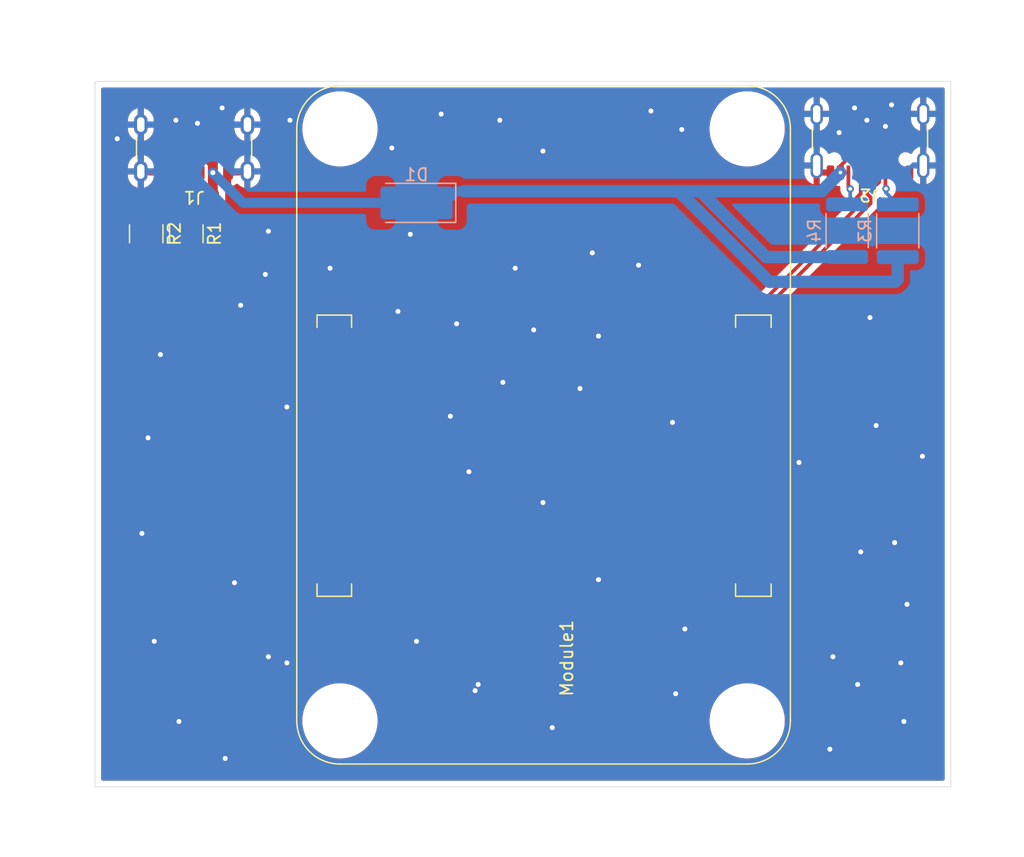
<source format=kicad_pcb>
(kicad_pcb (version 20241229) (generator "pcbnew") (generator_version "9.0")
  (layers (0 "F.Cu" signal) (2 "B.Cu" signal) (13 "F.Paste" user) (15 "B.Paste" user) (5 "F.SilkS" user "F.Silkscreen") (7 "B.SilkS" user "B.Silkscreen") (1 "F.Mask" user) (3 "B.Mask" user) (25 "Edge.Cuts" user))
  (net 0 "")
  (net 1 "/USB_D+")
  (net 2 "/USB_D-")
  (net 3 "GND")
  (net 4 "+5V")
  (net 5 "/CC2")
  (net 6 "/CC1")
  (net 146 "Net-(J1-CC2)")
  (net 147 "Net-(J1-CC1)")
  (net 148 "/powerline")
  (net 149 "Net-(J2-CC2)")
  (net 150 "Net-(J2-CC1)")
  (footprint "Resistor_SMD:R_1210_3225Metric_Pad1.30x2.65mm_HandSolder" (layer "F.Cu") (at 124.6 84.45 -90)
    (property "Reference" "R1" (at 0 -2.28 90) (layer "F.SilkS"))
    (property "Value" "5k1")
    (fp_line (start -0.723737 1.355) (end 0.723737 1.355) (stroke (width 0.12)) (layer "F.SilkS"))
    (fp_line (start -0.723737 -1.355) (end 0.723737 -1.355) (stroke (width 0.12)) (layer "F.SilkS"))
    (pad "1" smd roundrect (at -1.55 0 270) (size 1.3 2.65) (layers "F.Cu" "F.Mask" "F.Paste") (roundrect_rratio 0.192308) (net 147 "Net-(J1-CC1)"))
    (pad "2" smd roundrect (at 1.55 0 270) (size 1.3 2.65) (layers "F.Cu" "F.Mask" "F.Paste") (roundrect_rratio 0.192308) (net 3 "GND"))
  )
  (footprint "Connector_USB:USB_C_Receptacle_GCT_USB4125-xx-x-0190_6P_TopMnt_Horizontal" (layer "F.Cu") (at 125.23 76.4 180)
    (property "Reference" "J1" (at 0 -5.1 180) (layer "F.SilkS"))
    (property "Value" "USB_C_Receptacle_PowerOnly_6P")
    (fp_line (start 4.67 -0.25) (end 4.67 -1.95) (stroke (width 0.12)) (layer "F.SilkS"))
    (fp_line (start -4.67 -0.25) (end -4.67 -1.95) (stroke (width 0.12)) (layer "F.SilkS"))
    (pad "A5" smd roundrect (at -0.5 -3.08 180) (size 0.7 1.2) (layers "F.Cu" "F.Mask" "F.Paste") (net 147 "Net-(J1-CC1)"))
    (pad "A9" smd roundrect (at 1.52 -3.08) (size 0.76 1.2) (layers "F.Cu" "F.Mask" "F.Paste") (net 4 "+5V"))
    (pad "A12" smd roundrect (at 2.75 -3.08) (size 0.8 1.2) (layers "F.Cu" "F.Mask" "F.Paste") (net 3 "GND"))
    (pad "B5" smd roundrect (at 0.5 -3.08) (size 0.7 1.2) (layers "F.Cu" "F.Mask" "F.Paste") (net 146 "Net-(J1-CC2)"))
    (pad "B9" smd roundrect (at -1.52 -3.08 180) (size 0.76 1.2) (layers "F.Cu" "F.Mask" "F.Paste") (net 4 "+5V"))
    (pad "B12" smd roundrect (at -2.75 -3.08 180) (size 0.8 1.2) (layers "F.Cu" "F.Mask" "F.Paste") (net 3 "GND"))
    (pad "S1" thru_hole oval (at -4.32 -3 180) (size 1.1 1.7) (drill oval 0.6 1.2) (property pad_prop_heatsink) (layers "*.Cu" "*.Mask" "F.Paste") (net 3 "GND"))
    (pad "S1" thru_hole oval (at -4.32 0.8 180) (size 1.1 1.7) (drill oval 0.6 1.2) (property pad_prop_heatsink) (layers "*.Cu" "*.Mask" "F.Paste") (net 3 "GND"))
    (pad "S1" thru_hole oval (at 4.32 -3 180) (size 1.1 1.7) (drill oval 0.6 1.2) (property pad_prop_heatsink) (layers "*.Cu" "*.Mask" "F.Paste") (net 3 "GND"))
    (pad "S1" thru_hole oval (at 4.32 0.8 180) (size 1.1 1.7) (drill oval 0.6 1.2) (property pad_prop_heatsink) (layers "*.Cu" "*.Mask" "F.Paste") (net 3 "GND"))
  )
  (footprint "Resistor_SMD:R_1210_3225Metric_Pad1.30x2.65mm_HandSolder" (layer "F.Cu") (at 121.35 84.45 -90)
    (property "Reference" "R2" (at 0 -2.28 90) (layer "F.SilkS"))
    (property "Value" "5k1")
    (fp_line (start -0.723737 1.355) (end 0.723737 1.355) (stroke (width 0.12)) (layer "F.SilkS"))
    (fp_line (start -0.723737 -1.355) (end 0.723737 -1.355) (stroke (width 0.12)) (layer "F.SilkS"))
    (pad "1" smd roundrect (at -1.55 0 270) (size 1.3 2.65) (layers "F.Cu" "F.Mask" "F.Paste") (roundrect_rratio 0.192308) (net 146 "Net-(J1-CC2)"))
    (pad "2" smd roundrect (at 1.55 0 270) (size 1.3 2.65) (layers "F.Cu" "F.Mask" "F.Paste") (roundrect_rratio 0.192308) (net 3 "GND"))
  )
  (footprint "CM5:Raspberry-Pi-5-Compute-Module" (layer "F.Cu") (at 137.05 123.95)
    (property "Reference" "Module1" (at 18.38 -5.08 270) (layer "F.SilkS"))
    (property "Value" "ComputeModule5-CM5")
    (fp_line (start -3.5 -48) (end -3.5 0) (stroke (width 0.12)) (layer "F.SilkS"))
    (fp_line (start -1.86 -32.9) (end -1.86 -31.9) (stroke (width 0.12)) (layer "F.SilkS"))
    (fp_line (start -1.86 -32.9) (end 0.94 -32.9) (stroke (width 0.12)) (layer "F.SilkS"))
    (fp_line (start -1.86 -10.1) (end -1.86 -11.1) (stroke (width 0.12)) (layer "F.SilkS"))
    (fp_line (start -1.86 -10.1) (end 0.94 -10.1) (stroke (width 0.12)) (layer "F.SilkS"))
    (fp_line (start 0 3.5) (end 33 3.5) (stroke (width 0.12)) (layer "F.SilkS"))
    (fp_line (start 0.94 -32.9) (end 0.94 -31.9) (stroke (width 0.12)) (layer "F.SilkS"))
    (fp_line (start 0.94 -10.1) (end 0.94 -11.1) (stroke (width 0.12)) (layer "F.SilkS"))
    (fp_line (start 32.06 -32.9) (end 32.06 -31.9) (stroke (width 0.12)) (layer "F.SilkS"))
    (fp_line (start 32.06 -32.9) (end 34.94 -32.9) (stroke (width 0.12)) (layer "F.SilkS"))
    (fp_line (start 32.06 -10.1) (end 32.06 -11.1) (stroke (width 0.12)) (layer "F.SilkS"))
    (fp_line (start 32.06 -10.1) (end 34.94 -10.1) (stroke (width 0.12)) (layer "F.SilkS"))
    (fp_line (start 33 -51.5) (end 0 -51.5) (stroke (width 0.12)) (layer "F.SilkS"))
    (fp_line (start 34.94 -32.9) (end 34.94 -31.9) (stroke (width 0.12)) (layer "F.SilkS"))
    (fp_line (start 34.94 -10.1) (end 34.94 -11.1) (stroke (width 0.12)) (layer "F.SilkS"))
    (fp_line (start 36.5 0) (end 36.5 -48) (stroke (width 0.12)) (layer "F.SilkS"))
    (fp_arc (start -3.5 -48) (mid -2.474874 -50.474874) (end 0 -51.5) (stroke (width 0.12)) (layer "F.SilkS"))
    (fp_arc (start 0 3.5) (mid -2.474874 2.474874) (end -3.5 0) (stroke (width 0.12)) (layer "F.SilkS"))
    (fp_arc (start 33 -51.5) (mid 35.474874 -50.474874) (end 36.5 -48) (stroke (width 0.12)) (layer "F.SilkS"))
    (fp_arc (start 36.5 0) (mid 35.474874 2.474874) (end 33 3.5) (stroke (width 0.12)) (layer "F.SilkS"))
    (pad "" np_thru_hole circle (at 0 -48) (size 2.7 2.7) (drill 2.7) (layers "*.Cu" "*.Mask") (clearance 1.7))
    (pad "" np_thru_hole circle (at 0 0) (size 2.7 2.7) (drill 2.7) (layers "*.Cu" "*.Mask") (clearance 1.7))
    (pad "" np_thru_hole circle (at 33 -48) (size 2.7 2.7) (drill 2.7) (layers "*.Cu" "*.Mask") (clearance 1.7))
    (pad "" np_thru_hole circle (at 33 0) (size 2.7 2.7) (drill 2.7) (layers "*.Cu" "*.Mask") (clearance 1.7))
    (pad "1" smd rect (at -2.04 -31.3 270) (size 0.2 0.7) (layers "F.Cu" "F.Mask" "F.Paste") (net 3 "GND"))
    (pad "2" smd rect (at 1.04 -31.3 270) (size 0.2 0.7) (layers "F.Cu" "F.Mask" "F.Paste") (net 3 "GND"))
    (pad "3" smd rect (at -2.04 -30.9 270) (size 0.2 0.7) (layers "F.Cu" "F.Mask" "F.Paste"))
    (pad "4" smd rect (at 1.04 -30.9 270) (size 0.2 0.7) (layers "F.Cu" "F.Mask" "F.Paste"))
    (pad "5" smd rect (at -2.04 -30.5 270) (size 0.2 0.7) (layers "F.Cu" "F.Mask" "F.Paste"))
    (pad "6" smd rect (at 1.04 -30.5 270) (size 0.2 0.7) (layers "F.Cu" "F.Mask" "F.Paste"))
    (pad "7" smd rect (at -2.04 -30.1 270) (size 0.2 0.7) (layers "F.Cu" "F.Mask" "F.Paste") (net 3 "GND"))
    (pad "8" smd rect (at 1.04 -30.1 270) (size 0.2 0.7) (layers "F.Cu" "F.Mask" "F.Paste") (net 3 "GND"))
    (pad "9" smd rect (at -2.04 -29.7 270) (size 0.2 0.7) (layers "F.Cu" "F.Mask" "F.Paste"))
    (pad "10" smd rect (at 1.04 -29.7 270) (size 0.2 0.7) (layers "F.Cu" "F.Mask" "F.Paste"))
    (pad "11" smd rect (at -2.04 -29.3 270) (size 0.2 0.7) (layers "F.Cu" "F.Mask" "F.Paste"))
    (pad "12" smd rect (at 1.04 -29.3 270) (size 0.2 0.7) (layers "F.Cu" "F.Mask" "F.Paste"))
    (pad "13" smd rect (at -2.04 -28.9 270) (size 0.2 0.7) (layers "F.Cu" "F.Mask" "F.Paste") (net 3 "GND"))
    (pad "14" smd rect (at 1.04 -28.9 270) (size 0.2 0.7) (layers "F.Cu" "F.Mask" "F.Paste") (net 3 "GND"))
    (pad "15" smd rect (at -2.04 -28.5 270) (size 0.2 0.7) (layers "F.Cu" "F.Mask" "F.Paste"))
    (pad "16" smd rect (at 1.04 -28.5 270) (size 0.2 0.7) (layers "F.Cu" "F.Mask" "F.Paste"))
    (pad "17" smd rect (at -2.04 -28.1 270) (size 0.2 0.7) (layers "F.Cu" "F.Mask" "F.Paste"))
    (pad "18" smd rect (at 1.04 -28.1 270) (size 0.2 0.7) (layers "F.Cu" "F.Mask" "F.Paste"))
    (pad "19" smd rect (at -2.04 -27.7 270) (size 0.2 0.7) (layers "F.Cu" "F.Mask" "F.Paste"))
    (pad "20" smd rect (at 1.04 -27.7 270) (size 0.2 0.7) (layers "F.Cu" "F.Mask" "F.Paste"))
    (pad "21" smd rect (at -2.04 -27.3 270) (size 0.2 0.7) (layers "F.Cu" "F.Mask" "F.Paste"))
    (pad "22" smd rect (at 1.04 -27.3 270) (size 0.2 0.7) (layers "F.Cu" "F.Mask" "F.Paste") (net 3 "GND"))
    (pad "23" smd rect (at -2.04 -26.9 270) (size 0.2 0.7) (layers "F.Cu" "F.Mask" "F.Paste") (net 3 "GND"))
    (pad "24" smd rect (at 1.04 -26.9 270) (size 0.2 0.7) (layers "F.Cu" "F.Mask" "F.Paste"))
    (pad "25" smd rect (at -2.04 -26.5 270) (size 0.2 0.7) (layers "F.Cu" "F.Mask" "F.Paste"))
    (pad "26" smd rect (at 1.04 -26.5 270) (size 0.2 0.7) (layers "F.Cu" "F.Mask" "F.Paste"))
    (pad "27" smd rect (at -2.04 -26.1 270) (size 0.2 0.7) (layers "F.Cu" "F.Mask" "F.Paste"))
    (pad "28" smd rect (at 1.04 -26.1 270) (size 0.2 0.7) (layers "F.Cu" "F.Mask" "F.Paste"))
    (pad "29" smd rect (at -2.04 -25.7 270) (size 0.2 0.7) (layers "F.Cu" "F.Mask" "F.Paste"))
    (pad "30" smd rect (at 1.04 -25.7 270) (size 0.2 0.7) (layers "F.Cu" "F.Mask" "F.Paste"))
    (pad "31" smd rect (at -2.04 -25.3 270) (size 0.2 0.7) (layers "F.Cu" "F.Mask" "F.Paste"))
    (pad "32" smd rect (at 1.04 -25.3 270) (size 0.2 0.7) (layers "F.Cu" "F.Mask" "F.Paste") (net 3 "GND"))
    (pad "33" smd rect (at -2.04 -24.9 270) (size 0.2 0.7) (layers "F.Cu" "F.Mask" "F.Paste") (net 3 "GND"))
    (pad "34" smd rect (at 1.04 -24.9 270) (size 0.2 0.7) (layers "F.Cu" "F.Mask" "F.Paste"))
    (pad "35" smd rect (at -2.04 -24.5 270) (size 0.2 0.7) (layers "F.Cu" "F.Mask" "F.Paste"))
    (pad "36" smd rect (at 1.04 -24.5 270) (size 0.2 0.7) (layers "F.Cu" "F.Mask" "F.Paste"))
    (pad "37" smd rect (at -2.04 -24.1 270) (size 0.2 0.7) (layers "F.Cu" "F.Mask" "F.Paste"))
    (pad "38" smd rect (at 1.04 -24.1 270) (size 0.2 0.7) (layers "F.Cu" "F.Mask" "F.Paste"))
    (pad "39" smd rect (at -2.04 -23.7 270) (size 0.2 0.7) (layers "F.Cu" "F.Mask" "F.Paste"))
    (pad "40" smd rect (at 1.04 -23.7 270) (size 0.2 0.7) (layers "F.Cu" "F.Mask" "F.Paste"))
    (pad "41" smd rect (at -2.04 -23.3 270) (size 0.2 0.7) (layers "F.Cu" "F.Mask" "F.Paste"))
    (pad "42" smd rect (at 1.04 -23.3 270) (size 0.2 0.7) (layers "F.Cu" "F.Mask" "F.Paste") (net 3 "GND"))
    (pad "43" smd rect (at -2.04 -22.9 270) (size 0.2 0.7) (layers "F.Cu" "F.Mask" "F.Paste") (net 3 "GND"))
    (pad "44" smd rect (at 1.04 -22.9 270) (size 0.2 0.7) (layers "F.Cu" "F.Mask" "F.Paste"))
    (pad "45" smd rect (at -2.04 -22.5 270) (size 0.2 0.7) (layers "F.Cu" "F.Mask" "F.Paste"))
    (pad "46" smd rect (at 1.04 -22.5 270) (size 0.2 0.7) (layers "F.Cu" "F.Mask" "F.Paste"))
    (pad "47" smd rect (at -2.04 -22.1 270) (size 0.2 0.7) (layers "F.Cu" "F.Mask" "F.Paste"))
    (pad "48" smd rect (at 1.04 -22.1 270) (size 0.2 0.7) (layers "F.Cu" "F.Mask" "F.Paste"))
    (pad "49" smd rect (at -2.04 -21.7 270) (size 0.2 0.7) (layers "F.Cu" "F.Mask" "F.Paste"))
    (pad "50" smd rect (at 1.04 -21.7 270) (size 0.2 0.7) (layers "F.Cu" "F.Mask" "F.Paste"))
    (pad "51" smd rect (at -2.04 -21.3 270) (size 0.2 0.7) (layers "F.Cu" "F.Mask" "F.Paste"))
    (pad "52" smd rect (at 1.04 -21.3 270) (size 0.2 0.7) (layers "F.Cu" "F.Mask" "F.Paste") (net 3 "GND"))
    (pad "53" smd rect (at -2.04 -20.9 270) (size 0.2 0.7) (layers "F.Cu" "F.Mask" "F.Paste") (net 3 "GND"))
    (pad "54" smd rect (at 1.04 -20.9 270) (size 0.2 0.7) (layers "F.Cu" "F.Mask" "F.Paste"))
    (pad "55" smd rect (at -2.04 -20.5 270) (size 0.2 0.7) (layers "F.Cu" "F.Mask" "F.Paste"))
    (pad "56" smd rect (at 1.04 -20.5 270) (size 0.2 0.7) (layers "F.Cu" "F.Mask" "F.Paste"))
    (pad "57" smd rect (at -2.04 -20.1 270) (size 0.2 0.7) (layers "F.Cu" "F.Mask" "F.Paste"))
    (pad "58" smd rect (at 1.04 -20.1 270) (size 0.2 0.7) (layers "F.Cu" "F.Mask" "F.Paste"))
    (pad "59" smd rect (at -2.04 -19.7 270) (size 0.2 0.7) (layers "F.Cu" "F.Mask" "F.Paste") (net 3 "GND"))
    (pad "60" smd rect (at 1.04 -19.7 270) (size 0.2 0.7) (layers "F.Cu" "F.Mask" "F.Paste") (net 3 "GND"))
    (pad "61" smd rect (at -2.04 -19.3 270) (size 0.2 0.7) (layers "F.Cu" "F.Mask" "F.Paste"))
    (pad "62" smd rect (at 1.04 -19.3 270) (size 0.2 0.7) (layers "F.Cu" "F.Mask" "F.Paste"))
    (pad "63" smd rect (at -2.04 -18.9 270) (size 0.2 0.7) (layers "F.Cu" "F.Mask" "F.Paste"))
    (pad "64" smd rect (at 1.04 -18.9 270) (size 0.2 0.7) (layers "F.Cu" "F.Mask" "F.Paste"))
    (pad "65" smd rect (at -2.04 -18.5 270) (size 0.2 0.7) (layers "F.Cu" "F.Mask" "F.Paste") (net 3 "GND"))
    (pad "66" smd rect (at 1.04 -18.5 270) (size 0.2 0.7) (layers "F.Cu" "F.Mask" "F.Paste") (net 3 "GND"))
    (pad "67" smd rect (at -2.04 -18.1 270) (size 0.2 0.7) (layers "F.Cu" "F.Mask" "F.Paste"))
    (pad "68" smd rect (at 1.04 -18.1 270) (size 0.2 0.7) (layers "F.Cu" "F.Mask" "F.Paste"))
    (pad "69" smd rect (at -2.04 -17.7 270) (size 0.2 0.7) (layers "F.Cu" "F.Mask" "F.Paste"))
    (pad "70" smd rect (at 1.04 -17.7 270) (size 0.2 0.7) (layers "F.Cu" "F.Mask" "F.Paste"))
    (pad "71" smd rect (at -2.04 -17.3 270) (size 0.2 0.7) (layers "F.Cu" "F.Mask" "F.Paste") (net 3 "GND"))
    (pad "72" smd rect (at 1.04 -17.3 270) (size 0.2 0.7) (layers "F.Cu" "F.Mask" "F.Paste"))
    (pad "73" smd rect (at -2.04 -16.9 270) (size 0.2 0.7) (layers "F.Cu" "F.Mask" "F.Paste"))
    (pad "74" smd rect (at 1.04 -16.9 270) (size 0.2 0.7) (layers "F.Cu" "F.Mask" "F.Paste") (net 3 "GND"))
    (pad "75" smd rect (at -2.04 -16.5 270) (size 0.2 0.7) (layers "F.Cu" "F.Mask" "F.Paste"))
    (pad "76" smd rect (at 1.04 -16.5 270) (size 0.2 0.7) (layers "F.Cu" "F.Mask" "F.Paste"))
    (pad "77" smd rect (at -2.04 -16.1 270) (size 0.2 0.7) (layers "F.Cu" "F.Mask" "F.Paste") (net 4 "+5V"))
    (pad "78" smd rect (at 1.04 -16.1 270) (size 0.2 0.7) (layers "F.Cu" "F.Mask" "F.Paste"))
    (pad "79" smd rect (at -2.04 -15.7 270) (size 0.2 0.7) (layers "F.Cu" "F.Mask" "F.Paste") (net 4 "+5V"))
    (pad "80" smd rect (at 1.04 -15.7 270) (size 0.2 0.7) (layers "F.Cu" "F.Mask" "F.Paste"))
    (pad "81" smd rect (at -2.04 -15.3 270) (size 0.2 0.7) (layers "F.Cu" "F.Mask" "F.Paste") (net 4 "+5V"))
    (pad "82" smd rect (at 1.04 -15.3 270) (size 0.2 0.7) (layers "F.Cu" "F.Mask" "F.Paste"))
    (pad "83" smd rect (at -2.04 -14.9 270) (size 0.2 0.7) (layers "F.Cu" "F.Mask" "F.Paste") (net 4 "+5V"))
    (pad "84" smd rect (at 1.04 -14.9 270) (size 0.2 0.7) (layers "F.Cu" "F.Mask" "F.Paste"))
    (pad "85" smd rect (at -2.04 -14.5 270) (size 0.2 0.7) (layers "F.Cu" "F.Mask" "F.Paste") (net 4 "+5V"))
    (pad "86" smd rect (at 1.04 -14.5 270) (size 0.2 0.7) (layers "F.Cu" "F.Mask" "F.Paste"))
    (pad "87" smd rect (at -2.04 -14.1 270) (size 0.2 0.7) (layers "F.Cu" "F.Mask" "F.Paste") (net 4 "+5V"))
    (pad "88" smd rect (at 1.04 -14.1 270) (size 0.2 0.7) (layers "F.Cu" "F.Mask" "F.Paste"))
    (pad "89" smd rect (at -2.04 -13.7 270) (size 0.2 0.7) (layers "F.Cu" "F.Mask" "F.Paste"))
    (pad "90" smd rect (at 1.04 -13.7 270) (size 0.2 0.7) (layers "F.Cu" "F.Mask" "F.Paste"))
    (pad "91" smd rect (at -2.04 -13.3 270) (size 0.2 0.7) (layers "F.Cu" "F.Mask" "F.Paste"))
    (pad "92" smd rect (at 1.04 -13.3 270) (size 0.2 0.7) (layers "F.Cu" "F.Mask" "F.Paste"))
    (pad "93" smd rect (at -2.04 -12.9 270) (size 0.2 0.7) (layers "F.Cu" "F.Mask" "F.Paste"))
    (pad "94" smd rect (at 1.04 -12.9 270) (size 0.2 0.7) (layers "F.Cu" "F.Mask" "F.Paste") (net 6 "/CC1"))
    (pad "95" smd rect (at -2.04 -12.5 270) (size 0.2 0.7) (layers "F.Cu" "F.Mask" "F.Paste"))
    (pad "96" smd rect (at 1.04 -12.5 270) (size 0.2 0.7) (layers "F.Cu" "F.Mask" "F.Paste") (net 5 "/CC2"))
    (pad "97" smd rect (at -2.04 -12.1 270) (size 0.2 0.7) (layers "F.Cu" "F.Mask" "F.Paste"))
    (pad "98" smd rect (at 1.04 -12.1 270) (size 0.2 0.7) (layers "F.Cu" "F.Mask" "F.Paste") (net 3 "GND"))
    (pad "99" smd rect (at -2.04 -11.7 270) (size 0.2 0.7) (layers "F.Cu" "F.Mask" "F.Paste"))
    (pad "100" smd rect (at 1.04 -11.7 270) (size 0.2 0.7) (layers "F.Cu" "F.Mask" "F.Paste"))
    (pad "101" smd rect (at 31.96 -31.3 270) (size 0.2 0.7) (layers "F.Cu" "F.Mask" "F.Paste"))
    (pad "102" smd rect (at 35.04 -31.3 270) (size 0.2 0.7) (layers "F.Cu" "F.Mask" "F.Paste"))
    (pad "103" smd rect (at 31.96 -30.9 270) (size 0.2 0.7) (layers "F.Cu" "F.Mask" "F.Paste") (net 2 "/USB_D-"))
    (pad "104" smd rect (at 35.04 -30.9 270) (size 0.2 0.7) (layers "F.Cu" "F.Mask" "F.Paste"))
    (pad "105" smd rect (at 31.96 -30.5 270) (size 0.2 0.7) (layers "F.Cu" "F.Mask" "F.Paste") (net 1 "/USB_D+"))
    (pad "106" smd rect (at 35.04 -30.5 270) (size 0.2 0.7) (layers "F.Cu" "F.Mask" "F.Paste"))
    (pad "107" smd rect (at 31.96 -30.1 270) (size 0.2 0.7) (layers "F.Cu" "F.Mask" "F.Paste") (net 3 "GND"))
    (pad "108" smd rect (at 35.04 -30.1 270) (size 0.2 0.7) (layers "F.Cu" "F.Mask" "F.Paste") (net 3 "GND"))
    (pad "109" smd rect (at 31.96 -29.7 270) (size 0.2 0.7) (layers "F.Cu" "F.Mask" "F.Paste"))
    (pad "110" smd rect (at 35.04 -29.7 270) (size 0.2 0.7) (layers "F.Cu" "F.Mask" "F.Paste"))
    (pad "111" smd rect (at 31.96 -29.3 270) (size 0.2 0.7) (layers "F.Cu" "F.Mask" "F.Paste"))
    (pad "112" smd rect (at 35.04 -29.3 270) (size 0.2 0.7) (layers "F.Cu" "F.Mask" "F.Paste"))
    (pad "113" smd rect (at 31.96 -28.9 270) (size 0.2 0.7) (layers "F.Cu" "F.Mask" "F.Paste") (net 3 "GND"))
    (pad "114" smd rect (at 35.04 -28.9 270) (size 0.2 0.7) (layers "F.Cu" "F.Mask" "F.Paste") (net 3 "GND"))
    (pad "115" smd rect (at 31.96 -28.5 270) (size 0.2 0.7) (layers "F.Cu" "F.Mask" "F.Paste"))
    (pad "116" smd rect (at 35.04 -28.5 270) (size 0.2 0.7) (layers "F.Cu" "F.Mask" "F.Paste"))
    (pad "117" smd rect (at 31.96 -28.1 270) (size 0.2 0.7) (layers "F.Cu" "F.Mask" "F.Paste"))
    (pad "118" smd rect (at 35.04 -28.1 270) (size 0.2 0.7) (layers "F.Cu" "F.Mask" "F.Paste"))
    (pad "119" smd rect (at 31.96 -27.7 270) (size 0.2 0.7) (layers "F.Cu" "F.Mask" "F.Paste") (net 3 "GND"))
    (pad "120" smd rect (at 35.04 -27.7 270) (size 0.2 0.7) (layers "F.Cu" "F.Mask" "F.Paste") (net 3 "GND"))
    (pad "121" smd rect (at 31.96 -27.3 270) (size 0.2 0.7) (layers "F.Cu" "F.Mask" "F.Paste"))
    (pad "122" smd rect (at 35.04 -27.3 270) (size 0.2 0.7) (layers "F.Cu" "F.Mask" "F.Paste"))
    (pad "123" smd rect (at 31.96 -26.9 270) (size 0.2 0.7) (layers "F.Cu" "F.Mask" "F.Paste"))
    (pad "124" smd rect (at 35.04 -26.9 270) (size 0.2 0.7) (layers "F.Cu" "F.Mask" "F.Paste"))
    (pad "125" smd rect (at 31.96 -26.5 270) (size 0.2 0.7) (layers "F.Cu" "F.Mask" "F.Paste") (net 3 "GND"))
    (pad "126" smd rect (at 35.04 -26.5 270) (size 0.2 0.7) (layers "F.Cu" "F.Mask" "F.Paste") (net 3 "GND"))
    (pad "127" smd rect (at 31.96 -26.1 270) (size 0.2 0.7) (layers "F.Cu" "F.Mask" "F.Paste"))
    (pad "128" smd rect (at 35.04 -26.1 270) (size 0.2 0.7) (layers "F.Cu" "F.Mask" "F.Paste"))
    (pad "129" smd rect (at 31.96 -25.7 270) (size 0.2 0.7) (layers "F.Cu" "F.Mask" "F.Paste"))
    (pad "130" smd rect (at 35.04 -25.7 270) (size 0.2 0.7) (layers "F.Cu" "F.Mask" "F.Paste"))
    (pad "131" smd rect (at 31.96 -25.3 270) (size 0.2 0.7) (layers "F.Cu" "F.Mask" "F.Paste") (net 3 "GND"))
    (pad "132" smd rect (at 35.04 -25.3 270) (size 0.2 0.7) (layers "F.Cu" "F.Mask" "F.Paste") (net 3 "GND"))
    (pad "133" smd rect (at 31.96 -24.9 270) (size 0.2 0.7) (layers "F.Cu" "F.Mask" "F.Paste"))
    (pad "134" smd rect (at 35.04 -24.9 270) (size 0.2 0.7) (layers "F.Cu" "F.Mask" "F.Paste"))
    (pad "135" smd rect (at 31.96 -24.5 270) (size 0.2 0.7) (layers "F.Cu" "F.Mask" "F.Paste"))
    (pad "136" smd rect (at 35.04 -24.5 270) (size 0.2 0.7) (layers "F.Cu" "F.Mask" "F.Paste"))
    (pad "137" smd rect (at 31.96 -24.1 270) (size 0.2 0.7) (layers "F.Cu" "F.Mask" "F.Paste") (net 3 "GND"))
    (pad "138" smd rect (at 35.04 -24.1 270) (size 0.2 0.7) (layers "F.Cu" "F.Mask" "F.Paste") (net 3 "GND"))
    (pad "139" smd rect (at 31.96 -23.7 270) (size 0.2 0.7) (layers "F.Cu" "F.Mask" "F.Paste"))
    (pad "140" smd rect (at 35.04 -23.7 270) (size 0.2 0.7) (layers "F.Cu" "F.Mask" "F.Paste"))
    (pad "141" smd rect (at 31.96 -23.3 270) (size 0.2 0.7) (layers "F.Cu" "F.Mask" "F.Paste"))
    (pad "142" smd rect (at 35.04 -23.3 270) (size 0.2 0.7) (layers "F.Cu" "F.Mask" "F.Paste"))
    (pad "143" smd rect (at 31.96 -22.9 270) (size 0.2 0.7) (layers "F.Cu" "F.Mask" "F.Paste"))
    (pad "144" smd rect (at 35.04 -22.9 270) (size 0.2 0.7) (layers "F.Cu" "F.Mask" "F.Paste") (net 3 "GND"))
    (pad "145" smd rect (at 31.96 -22.5 270) (size 0.2 0.7) (layers "F.Cu" "F.Mask" "F.Paste"))
    (pad "146" smd rect (at 35.04 -22.5 270) (size 0.2 0.7) (layers "F.Cu" "F.Mask" "F.Paste"))
    (pad "147" smd rect (at 31.96 -22.1 270) (size 0.2 0.7) (layers "F.Cu" "F.Mask" "F.Paste"))
    (pad "148" smd rect (at 35.04 -22.1 270) (size 0.2 0.7) (layers "F.Cu" "F.Mask" "F.Paste"))
    (pad "149" smd rect (at 31.96 -21.7 270) (size 0.2 0.7) (layers "F.Cu" "F.Mask" "F.Paste"))
    (pad "150" smd rect (at 35.04 -21.7 270) (size 0.2 0.7) (layers "F.Cu" "F.Mask" "F.Paste") (net 3 "GND"))
    (pad "151" smd rect (at 31.96 -21.3 270) (size 0.2 0.7) (layers "F.Cu" "F.Mask" "F.Paste"))
    (pad "152" smd rect (at 35.04 -21.3 270) (size 0.2 0.7) (layers "F.Cu" "F.Mask" "F.Paste"))
    (pad "153" smd rect (at 31.96 -20.9 270) (size 0.2 0.7) (layers "F.Cu" "F.Mask" "F.Paste"))
    (pad "154" smd rect (at 35.04 -20.9 270) (size 0.2 0.7) (layers "F.Cu" "F.Mask" "F.Paste"))
    (pad "155" smd rect (at 31.96 -20.5 270) (size 0.2 0.7) (layers "F.Cu" "F.Mask" "F.Paste") (net 3 "GND"))
    (pad "156" smd rect (at 35.04 -20.5 270) (size 0.2 0.7) (layers "F.Cu" "F.Mask" "F.Paste") (net 3 "GND"))
    (pad "157" smd rect (at 31.96 -20.1 270) (size 0.2 0.7) (layers "F.Cu" "F.Mask" "F.Paste"))
    (pad "158" smd rect (at 35.04 -20.1 270) (size 0.2 0.7) (layers "F.Cu" "F.Mask" "F.Paste"))
    (pad "159" smd rect (at 31.96 -19.7 270) (size 0.2 0.7) (layers "F.Cu" "F.Mask" "F.Paste"))
    (pad "160" smd rect (at 35.04 -19.7 270) (size 0.2 0.7) (layers "F.Cu" "F.Mask" "F.Paste"))
    (pad "161" smd rect (at 31.96 -19.3 270) (size 0.2 0.7) (layers "F.Cu" "F.Mask" "F.Paste") (net 3 "GND"))
    (pad "162" smd rect (at 35.04 -19.3 270) (size 0.2 0.7) (layers "F.Cu" "F.Mask" "F.Paste") (net 3 "GND"))
    (pad "163" smd rect (at 31.96 -18.9 270) (size 0.2 0.7) (layers "F.Cu" "F.Mask" "F.Paste"))
    (pad "164" smd rect (at 35.04 -18.9 270) (size 0.2 0.7) (layers "F.Cu" "F.Mask" "F.Paste"))
    (pad "165" smd rect (at 31.96 -18.5 270) (size 0.2 0.7) (layers "F.Cu" "F.Mask" "F.Paste"))
    (pad "166" smd rect (at 35.04 -18.5 270) (size 0.2 0.7) (layers "F.Cu" "F.Mask" "F.Paste"))
    (pad "167" smd rect (at 31.96 -18.1 270) (size 0.2 0.7) (layers "F.Cu" "F.Mask" "F.Paste") (net 3 "GND"))
    (pad "168" smd rect (at 35.04 -18.1 270) (size 0.2 0.7) (layers "F.Cu" "F.Mask" "F.Paste") (net 3 "GND"))
    (pad "169" smd rect (at 31.96 -17.7 270) (size 0.2 0.7) (layers "F.Cu" "F.Mask" "F.Paste"))
    (pad "170" smd rect (at 35.04 -17.7 270) (size 0.2 0.7) (layers "F.Cu" "F.Mask" "F.Paste"))
    (pad "171" smd rect (at 31.96 -17.3 270) (size 0.2 0.7) (layers "F.Cu" "F.Mask" "F.Paste"))
    (pad "172" smd rect (at 35.04 -17.3 270) (size 0.2 0.7) (layers "F.Cu" "F.Mask" "F.Paste"))
    (pad "173" smd rect (at 31.96 -16.9 270) (size 0.2 0.7) (layers "F.Cu" "F.Mask" "F.Paste") (net 3 "GND"))
    (pad "174" smd rect (at 35.04 -16.9 270) (size 0.2 0.7) (layers "F.Cu" "F.Mask" "F.Paste") (net 3 "GND"))
    (pad "175" smd rect (at 31.96 -16.5 270) (size 0.2 0.7) (layers "F.Cu" "F.Mask" "F.Paste"))
    (pad "176" smd rect (at 35.04 -16.5 270) (size 0.2 0.7) (layers "F.Cu" "F.Mask" "F.Paste"))
    (pad "177" smd rect (at 31.96 -16.1 270) (size 0.2 0.7) (layers "F.Cu" "F.Mask" "F.Paste"))
    (pad "178" smd rect (at 35.04 -16.1 270) (size 0.2 0.7) (layers "F.Cu" "F.Mask" "F.Paste"))
    (pad "179" smd rect (at 31.96 -15.7 270) (size 0.2 0.7) (layers "F.Cu" "F.Mask" "F.Paste") (net 3 "GND"))
    (pad "180" smd rect (at 35.04 -15.7 270) (size 0.2 0.7) (layers "F.Cu" "F.Mask" "F.Paste") (net 3 "GND"))
    (pad "181" smd rect (at 31.96 -15.3 270) (size 0.2 0.7) (layers "F.Cu" "F.Mask" "F.Paste"))
    (pad "182" smd rect (at 35.04 -15.3 270) (size 0.2 0.7) (layers "F.Cu" "F.Mask" "F.Paste"))
    (pad "183" smd rect (at 31.96 -14.9 270) (size 0.2 0.7) (layers "F.Cu" "F.Mask" "F.Paste"))
    (pad "184" smd rect (at 35.04 -14.9 270) (size 0.2 0.7) (layers "F.Cu" "F.Mask" "F.Paste"))
    (pad "185" smd rect (at 31.96 -14.5 270) (size 0.2 0.7) (layers "F.Cu" "F.Mask" "F.Paste") (net 3 "GND"))
    (pad "186" smd rect (at 35.04 -14.5 270) (size 0.2 0.7) (layers "F.Cu" "F.Mask" "F.Paste") (net 3 "GND"))
    (pad "187" smd rect (at 31.96 -14.1 270) (size 0.2 0.7) (layers "F.Cu" "F.Mask" "F.Paste"))
    (pad "188" smd rect (at 35.04 -14.1 270) (size 0.2 0.7) (layers "F.Cu" "F.Mask" "F.Paste"))
    (pad "189" smd rect (at 31.96 -13.7 270) (size 0.2 0.7) (layers "F.Cu" "F.Mask" "F.Paste"))
    (pad "190" smd rect (at 35.04 -13.7 270) (size 0.2 0.7) (layers "F.Cu" "F.Mask" "F.Paste"))
    (pad "191" smd rect (at 31.96 -13.3 270) (size 0.2 0.7) (layers "F.Cu" "F.Mask" "F.Paste") (net 3 "GND"))
    (pad "192" smd rect (at 35.04 -13.3 270) (size 0.2 0.7) (layers "F.Cu" "F.Mask" "F.Paste") (net 3 "GND"))
    (pad "193" smd rect (at 31.96 -12.9 270) (size 0.2 0.7) (layers "F.Cu" "F.Mask" "F.Paste"))
    (pad "194" smd rect (at 35.04 -12.9 270) (size 0.2 0.7) (layers "F.Cu" "F.Mask" "F.Paste"))
    (pad "195" smd rect (at 31.96 -12.5 270) (size 0.2 0.7) (layers "F.Cu" "F.Mask" "F.Paste"))
    (pad "196" smd rect (at 35.04 -12.5 270) (size 0.2 0.7) (layers "F.Cu" "F.Mask" "F.Paste"))
    (pad "197" smd rect (at 31.96 -12.1 270) (size 0.2 0.7) (layers "F.Cu" "F.Mask" "F.Paste") (net 3 "GND"))
    (pad "198" smd rect (at 35.04 -12.1 270) (size 0.2 0.7) (layers "F.Cu" "F.Mask" "F.Paste") (net 3 "GND"))
    (pad "199" smd rect (at 31.96 -11.7 270) (size 0.2 0.7) (layers "F.Cu" "F.Mask" "F.Paste"))
    (pad "200" smd rect (at 35.04 -11.7 270) (size 0.2 0.7) (layers "F.Cu" "F.Mask" "F.Paste"))
  )
  (footprint "Connector_USB:USB_C_Receptacle_GCT_USB4105-xx-A_16P_TopMnt_Horizontal" (layer "F.Cu") (at 180 75.81 180)
    (property "Reference" "J2" (at 0 -5.5 180) (layer "F.SilkS"))
    (property "Value" "USB_C_Receptacle_USB2.0_14P")
    (fp_line (start 4.67 -0.1) (end 4.67 -1.8) (stroke (width 0.12)) (layer "F.SilkS"))
    (fp_line (start -4.67 -0.1) (end -4.67 -1.8) (stroke (width 0.12)) (layer "F.SilkS"))
    (pad "" np_thru_hole circle (at -2.89 -2.605 180) (size 0.65 0.65) (drill 0.65) (layers "*.Cu" "*.Mask"))
    (pad "" np_thru_hole circle (at 2.89 -2.605 180) (size 0.65 0.65) (drill 0.65) (layers "*.Cu" "*.Mask"))
    (pad "A1" smd roundrect (at -3.2 -3.68 180) (size 0.6 1.15) (layers "F.Cu" "F.Mask" "F.Paste") (net 3 "GND"))
    (pad "A4" smd roundrect (at -2.4 -3.68 180) (size 0.6 1.15) (layers "F.Cu" "F.Mask" "F.Paste") (net 148 "/powerline"))
    (pad "A5" smd roundrect (at -1.25 -3.68 180) (size 0.3 1.15) (layers "F.Cu" "F.Mask" "F.Paste") (net 150 "Net-(J2-CC1)"))
    (pad "A6" smd roundrect (at -0.25 -3.68 180) (size 0.3 1.15) (layers "F.Cu" "F.Mask" "F.Paste") (net 1 "/USB_D+"))
    (pad "A7" smd roundrect (at 0.25 -3.68 180) (size 0.3 1.15) (layers "F.Cu" "F.Mask" "F.Paste") (net 2 "/USB_D-"))
    (pad "A8" smd roundrect (at 1.25 -3.68 180) (size 0.3 1.15) (layers "F.Cu" "F.Mask" "F.Paste"))
    (pad "A9" smd roundrect (at 2.4 -3.68 180) (size 0.6 1.15) (layers "F.Cu" "F.Mask" "F.Paste") (net 148 "/powerline"))
    (pad "A12" smd roundrect (at 3.2 -3.68 180) (size 0.6 1.15) (layers "F.Cu" "F.Mask" "F.Paste") (net 3 "GND"))
    (pad "B1" smd roundrect (at 3.2 -3.68 180) (size 0.6 1.15) (layers "F.Cu" "F.Mask" "F.Paste") (net 3 "GND"))
    (pad "B4" smd roundrect (at 2.4 -3.68 180) (size 0.6 1.15) (layers "F.Cu" "F.Mask" "F.Paste") (net 148 "/powerline"))
    (pad "B5" smd roundrect (at 1.75 -3.68 180) (size 0.3 1.15) (layers "F.Cu" "F.Mask" "F.Paste") (net 149 "Net-(J2-CC2)"))
    (pad "B6" smd roundrect (at 0.75 -3.68 180) (size 0.3 1.15) (layers "F.Cu" "F.Mask" "F.Paste") (net 1 "/USB_D+"))
    (pad "B7" smd roundrect (at -0.75 -3.68 180) (size 0.3 1.15) (layers "F.Cu" "F.Mask" "F.Paste") (net 2 "/USB_D-"))
    (pad "B8" smd roundrect (at -1.75 -3.68 180) (size 0.3 1.15) (layers "F.Cu" "F.Mask" "F.Paste"))
    (pad "B9" smd roundrect (at -2.4 -3.68 180) (size 0.6 1.15) (layers "F.Cu" "F.Mask" "F.Paste") (net 148 "/powerline"))
    (pad "B12" smd roundrect (at -3.2 -3.68 180) (size 0.6 1.15) (layers "F.Cu" "F.Mask" "F.Paste") (net 3 "GND"))
    (pad "S1" thru_hole oval (at -4.32 -3.105 180) (size 1 2.1) (drill oval 0.6 1.7) (property pad_prop_heatsink) (layers "*.Cu" "*.Mask" "F.Paste") (net 3 "GND"))
    (pad "S1" thru_hole oval (at -4.32 1.075 180) (size 1 1.8) (drill oval 0.6 1.4) (property pad_prop_heatsink) (layers "*.Cu" "*.Mask" "F.Paste") (net 3 "GND"))
    (pad "S1" thru_hole oval (at 4.32 -3.105 180) (size 1 2.1) (drill oval 0.6 1.7) (property pad_prop_heatsink) (layers "*.Cu" "*.Mask" "F.Paste") (net 3 "GND"))
    (pad "S1" thru_hole oval (at 4.32 1.075 180) (size 1 1.8) (drill oval 0.6 1.4) (property pad_prop_heatsink) (layers "*.Cu" "*.Mask" "F.Paste") (net 3 "GND"))
  )
  (footprint "Resistor_SMD:R_1812_4532Metric" (layer "B.Cu") (at 178.15 84.2 -90)
    (property "Reference" "R4" (at 0 2.65 90) (layer "B.SilkS") (effects (justify mirror)))
    (property "Value" "10k")
    (fp_line (start -1.386252 1.71) (end 1.386252 1.71) (stroke (width 0.12)) (layer "B.SilkS"))
    (fp_line (start -1.386252 -1.71) (end 1.386252 -1.71) (stroke (width 0.12)) (layer "B.SilkS"))
    (pad "1" smd roundrect (at -2.1375 0 270) (size 1.125 3.4) (layers "B.Cu" "B.Mask" "B.Paste") (roundrect_rratio 0.222222) (net 149 "Net-(J2-CC2)"))
    (pad "2" smd roundrect (at 2.1375 0 270) (size 1.125 3.4) (layers "B.Cu" "B.Mask" "B.Paste") (roundrect_rratio 0.222222) (net 148 "/powerline"))
  )
  (footprint "Resistor_SMD:R_1812_4532Metric" (layer "B.Cu") (at 182.25 84.2125 -90)
    (property "Reference" "R3" (at 0 2.65 90) (layer "B.SilkS") (effects (justify mirror)))
    (property "Value" "10k")
    (fp_line (start -1.386252 1.71) (end 1.386252 1.71) (stroke (width 0.12)) (layer "B.SilkS"))
    (fp_line (start -1.386252 -1.71) (end 1.386252 -1.71) (stroke (width 0.12)) (layer "B.SilkS"))
    (pad "1" smd roundrect (at -2.1375 0 270) (size 1.125 3.4) (layers "B.Cu" "B.Mask" "B.Paste") (roundrect_rratio 0.222222) (net 150 "Net-(J2-CC1)"))
    (pad "2" smd roundrect (at 2.1375 0 270) (size 1.125 3.4) (layers "B.Cu" "B.Mask" "B.Paste") (roundrect_rratio 0.222222) (net 148 "/powerline"))
  )
  (footprint "Diode_SMD:D_2010_5025Metric" (layer "B.Cu") (at 143.25 81.95 180)
    (property "Reference" "D1" (at 0 2.28 0) (layer "B.SilkS") (effects (justify mirror)))
    (property "Value" "D")
    (fp_line (start 2.5 1.585) (end -3.185 1.585) (stroke (width 0.12)) (layer "B.SilkS"))
    (fp_line (start -3.185 1.585) (end -3.185 -1.585) (stroke (width 0.12)) (layer "B.SilkS"))
    (fp_line (start -3.185 -1.585) (end 2.5 -1.585) (stroke (width 0.12)) (layer "B.SilkS"))
    (pad "1" smd roundrect (at -2.25 0 180) (size 1.35 2.65) (layers "B.Cu" "B.Mask" "B.Paste") (roundrect_rratio 0.185185) (net 148 "/powerline"))
    (pad "2" smd roundrect (at 2.25 0 180) (size 1.35 2.65) (layers "B.Cu" "B.Mask" "B.Paste") (roundrect_rratio 0.185185) (net 4 "+5V"))
  )
  (gr_rect (start 117.2 72.1) (end 186.55 129.3) (stroke (width 0.05)) (fill no) (layer "Edge.Cuts"))
  (segment (start 167.46109 93.45) (end 166.725 92.71391) (width 0.2) (layer "F.Cu") (net 1))
  (segment (start 178.95 81.5) (end 178.95 82.31109) (width 0.3) (layer "F.Cu") (net 1))
  (segment (start 178.95 82.31109) (end 170.98609 90.275) (width 0.3) (layer "F.Cu") (net 1))
  (segment (start 180 78.3) (end 179.551 78.3) (width 0.3) (layer "F.Cu") (net 1))
  (segment (start 170.98609 90.275) (end 167.98609 90.275) (width 0.3) (layer "F.Cu") (net 1))
  (segment (start 166.725 91.53609) (end 166.725 92.71391) (width 0.3) (layer "F.Cu") (net 1))
  (segment (start 180.25 78.55) (end 180 78.3) (width 0.3) (layer "F.Cu") (net 1))
  (segment (start 179.25 79.49) (end 179.25 81.2) (width 0.3) (layer "F.Cu") (net 1))
  (segment (start 167.98609 90.275) (end 166.725 91.53609) (width 0.3) (layer "F.Cu") (net 1))
  (segment (start 179.25 81.2) (end 178.95 81.5) (width 0.3) (layer "F.Cu") (net 1))
  (segment (start 179.551 78.3) (end 179.25 78.601) (width 0.3) (layer "F.Cu") (net 1))
  (segment (start 180.25 79.49) (end 180.25 78.55) (width 0.3) (layer "F.Cu") (net 1))
  (segment (start 169.01 93.45) (end 167.46109 93.45) (width 0.2) (layer "F.Cu") (net 1))
  (segment (start 179.25 78.601) (end 179.25 79.49) (width 0.3) (layer "F.Cu") (net 1))
  (segment (start 167.83891 93.05) (end 167.744455 92.955545) (width 0.2) (layer "F.Cu") (net 2))
  (segment (start 169.01 93.05) (end 167.83891 93.05) (width 0.2) (layer "F.Cu") (net 2))
  (segment (start 180.75 79.49) (end 180.75 80.25) (width 0.3) (layer "F.Cu") (net 2))
  (segment (start 180.030466 80.45) (end 179.75 80.169534) (width 0.3) (layer "F.Cu") (net 2))
  (segment (start 167.275 91.76391) (end 167.275 92.48609) (width 0.3) (layer "F.Cu") (net 2))
  (segment (start 180.05 81.98891) (end 171.21391 90.825) (width 0.3) (layer "F.Cu") (net 2))
  (segment (start 168.21391 90.825) (end 167.275 91.76391) (width 0.3) (layer "F.Cu") (net 2))
  (segment (start 167.275 92.48609) (end 167.744455 92.955545) (width 0.3) (layer "F.Cu") (net 2))
  (segment (start 179.75 81.2) (end 180.05 81.5) (width 0.3) (layer "F.Cu") (net 2))
  (segment (start 180.05 81.5) (end 180.05 81.98891) (width 0.3) (layer "F.Cu") (net 2))
  (segment (start 171.21391 90.825) (end 168.21391 90.825) (width 0.3) (layer "F.Cu") (net 2))
  (segment (start 179.75 80.169534) (end 179.75 81.2) (width 0.3) (layer "F.Cu") (net 2))
  (segment (start 179.75 79.49) (end 179.75 80.169534) (width 0.3) (layer "F.Cu") (net 2))
  (segment (start 180.75 80.25) (end 180.55 80.45) (width 0.3) (layer "F.Cu") (net 2))
  (segment (start 180.55 80.45) (end 180.030466 80.45) (width 0.3) (layer "F.Cu") (net 2))
  (segment (start 133.3 99.05) (end 132.75 98.5) (width 0.2) (layer "F.Cu") (net 3))
  (segment (start 135.01 105.45) (end 136.2 105.45) (width 0.2) (layer "F.Cu") (net 3))
  (segment (start 172.09 107.05) (end 169.01 107.05) (width 0.2) (layer "F.Cu") (net 3))
  (segment (start 169.01 97.45) (end 172.09 97.45) (width 0.2) (layer "F.Cu") (net 3))
  (segment (start 136.039 101.05) (end 135.01 101.05) (width 0.2) (layer "F.Cu") (net 3))
  (segment (start 136.75 96.8) (end 136.6 96.65) (width 0.2) (layer "F.Cu") (net 3))
  (segment (start 169.01 110.65) (end 172.09 110.65) (width 0.2) (layer "F.Cu") (net 3))
  (segment (start 172.09 111.85) (end 170.75 111.85) (width 0.2) (layer "F.Cu") (net 3))
  (segment (start 170.5 93.85) (end 169.01 93.85) (width 0.2) (layer "F.Cu") (net 3))
  (segment (start 169.01 95.05) (end 172.09 95.05) (width 0.2) (layer "F.Cu") (net 3))
  (segment (start 169.01 108.25) (end 172.09 108.25) (width 0.2) (layer "F.Cu") (net 3))
  (segment (start 135.5 99.05) (end 133.3 99.05) (width 0.2) (layer "F.Cu") (net 3))
  (segment (start 172.09 103.45) (end 173.8 103.45) (width 0.2) (layer "F.Cu") (net 3))
  (segment (start 135.01 92.65) (end 138.09 92.65) (width 0.2) (layer "F.Cu") (net 3))
  (segment (start 172.09 99.85) (end 171.4 99.85) (width 0.2) (layer "F.Cu") (net 3))
  (segment (start 138.09 107.05) (end 136.8 107.05) (width 0.2) (layer "F.Cu") (net 3))
  (segment (start 135.01 104.25) (end 136 104.25) (width 0.2) (layer "F.Cu") (net 3))
  (segment (start 170.75 101.75) (end 170.875 101.875) (width 0.2) (layer "F.Cu") (net 3))
  (segment (start 136.4 106.65) (end 136.25 106.65) (width 0.2) (layer "F.Cu") (net 3))
  (segment (start 171.25 102.25) (end 170.75 101.75) (width 0.2) (layer "F.Cu") (net 3))
  (segment (start 138.09 100.65) (end 136.439 100.65) (width 0.2) (layer "F.Cu") (net 3))
  (segment (start 172.09 93.85) (end 170.5 93.85) (width 0.2) (layer "F.Cu") (net 3))
  (segment (start 169.01 99.85) (end 169.6 99.85) (width 0.2) (layer "F.Cu") (net 3))
  (segment (start 170.75 101) (end 170.75 101.25) (width 0.2) (layer "F.Cu") (net 3))
  (segment (start 170.75 101.75) (end 170.5 101.5) (width 0.2) (layer "F.Cu") (net 3))
  (segment (start 172.09 104.65) (end 169.01 104.65) (width 0.2) (layer "F.Cu") (net 3))
  (segment (start 170.75 111.85) (end 170.75 103.45) (width 0.2) (layer "F.Cu") (net 3))
  (segment (start 172.09 103.45) (end 170.75 103.45) (width 0.2) (layer "F.Cu") (net 3))
  (segment (start 138.09 105.45) (end 136.3 105.45) (width 0.2) (layer "F.Cu") (net 3))
  (segment (start 172.09 105.85) (end 169.01 105.85) (width 0.2) (layer "F.Cu") (net 3))
  (segment (start 170.75 100.5) (end 170.75 101) (width 0.2) (layer "F.Cu") (net 3))
  (segment (start 136.25 105.5) (end 136.25 106.65) (width 0.2) (layer "F.Cu") (net 3))
  (segment (start 172.09 96.25) (end 169.01 96.25) (width 0.2) (layer "F.Cu") (net 3))
  (segment (start 135.5 99.05) (end 136.2 99.05) (width 0.2) (layer "F.Cu") (net 3))
  (segment (start 136.25 106.65) (end 135.01 106.65) (width 0.2) (layer "F.Cu") (net 3))
  (segment (start 170.75 101.25) (end 170.95 101.05) (width 0.2) (layer "F.Cu") (net 3))
  (segment (start 135.01 95.05) (end 138.09 95.05) (width 0.2) (layer "F.Cu") (net 3))
  (segment (start 170.875 103.325) (end 170.75 103.45) (width 0.2) (layer "F.Cu") (net 3))
  (segment (start 136.2 105.45) (end 136.25 105.5) (width 0.2) (layer "F.Cu") (net 3))
  (segment (start 136.2 97.05) (end 135.01 97.05) (width 0.2) (layer "F.Cu") (net 3))
  (segment (start 172.09 98.65) (end 169.01 98.65) (width 0.2) (layer "F.Cu") (net 3))
  (segment (start 136.75 104.25) (end 136.75 96.8) (width 0.2) (layer "F.Cu") (net 3))
  (segment (start 170.75 111.85) (end 169.01 111.85) (width 0.2) (layer "F.Cu") (net 3))
  (segment (start 136.6 98.65) (end 138.09 98.65) (width 0.2) (layer "F.Cu") (net 3))
  (segment (start 136.6 96.65) (end 136.2 97.05) (width 0.2) (layer "F.Cu") (net 3))
  (segment (start 170.5 93.85) (end 170.5 100.25) (width 0.2) (layer "F.Cu") (net 3))
  (segment (start 136.439 100.65) (end 136.039 101.05) (width 0.2) (layer "F.Cu") (net 3))
  (segment (start 172.09 109.45) (end 169.01 109.45) (width 0.2) (layer "F.Cu") (net 3))
  (segment (start 136.85 102.65) (end 136.45 103.05) (width 0.2) (layer "F.Cu") (net 3))
  (segment (start 170.5 101.5) (end 170.75 101.25) (width 0.2) (layer "F.Cu") (net 3))
  (segment (start 135.01 99.05) (end 135.5 99.05) (width 0.2) (layer "F.Cu") (net 3))
  (segment (start 136.2 99.05) (end 136.6 98.65) (width 0.2) (layer "F.Cu") (net 3))
  (segment (start 136.8 107.05) (end 136.4 106.65) (width 0.2) (layer "F.Cu") (net 3))
  (segment (start 138.09 102.65) (end 136.85 102.65) (width 0.2) (layer "F.Cu") (net 3))
  (segment (start 171.4 99.85) (end 170.75 100.5) (width 0.2) (layer "F.Cu") (net 3))
  (segment (start 169.6 99.85) (end 170.75 101) (width 0.2) (layer "F.Cu") (net 3))
  (segment (start 138.09 93.85) (end 135.01 93.85) (width 0.2) (layer "F.Cu") (net 3))
  (segment (start 170.875 101.875) (end 170.875 103.325) (width 0.2) (layer "F.Cu") (net 3))
  (segment (start 172.09 102.25) (end 171.25 102.25) (width 0.2) (layer "F.Cu") (net 3))
  (segment (start 170.95 101.05) (end 172.09 101.05) (width 0.2) (layer "F.Cu") (net 3))
  (segment (start 136.45 103.05) (end 135.01 103.05) (width 0.2) (layer "F.Cu") (net 3))
  (segment (start 170.5 100.25) (end 170.75 100.5) (width 0.2) (layer "F.Cu") (net 3))
  (segment (start 136 104.25) (end 136.25 104.5) (width 0.2) (layer "F.Cu") (net 3))
  (segment (start 136.75 104.25) (end 136.5 104.25) (width 0.2) (layer "F.Cu") (net 3))
  (segment (start 136.3 105.45) (end 136.25 105.5) (width 0.2) (layer "F.Cu") (net 3))
  (segment (start 138.09 96.65) (end 136.6 96.65) (width 0.2) (layer "F.Cu") (net 3))
  (segment (start 136.5 104.25) (end 136.25 104.5) (width 0.2) (layer "F.Cu") (net 3))
  (segment (start 136.25 104.5) (end 136.25 105.5) (width 0.2) (layer "F.Cu") (net 3))
  (segment (start 138.09 104.25) (end 136.75 104.25) (width 0.2) (layer "F.Cu") (net 3))
  (segment (start 173.8 103.45) (end 174.25 103) (width 0.2) (layer "F.Cu") (net 3))
  (segment (start 170.75 103.45) (end 169.01 103.45) (width 0.2) (layer "F.Cu") (net 3))
  (via (at 177.5 76.25) (size 0.8) (drill 0.4) (layers "F.Cu" "B.Cu") (net 3))
  (via (at 141.25 77.5) (size 0.8) (drill 0.4) (layers "F.Cu" "B.Cu") (net 3))
  (via (at 154.25 124.5) (size 0.8) (drill 0.4) (layers "F.Cu" "B.Cu") (net 3))
  (via (at 179.25 110.25) (size 0.8) (drill 0.4) (layers "F.Cu" "B.Cu") (net 3))
  (via (at 146.5 91.75) (size 0.8) (drill 0.4) (layers "F.Cu" "B.Cu") (net 3))
  (via (at 174.25 103) (size 0.8) (drill 0.4) (layers "F.Cu" "B.Cu") (net 3))
  (via (at 153.5 77.75) (size 0.8) (drill 0.4) (layers "F.Cu" "B.Cu") (net 3))
  (via (at 152.75 92.25) (size 0.8) (drill 0.4) (layers "F.Cu" "B.Cu") (net 3))
  (via (at 179.75 75.25) (size 0.8) (drill 0.4) (layers "F.Cu" "B.Cu") (net 3))
  (via (at 131.25 118.75) (size 0.8) (drill 0.4) (layers "F.Cu" "B.Cu") (net 3))
  (via (at 132.75 119.25) (size 0.8) (drill 0.4) (layers "F.Cu" "B.Cu") (net 3))
  (via (at 145.25 74.75) (size 0.8) (drill 0.4) (layers "F.Cu" "B.Cu") (net 3))
  (via (at 128.5 112.75) (size 0.8) (drill 0.4) (layers "F.Cu" "B.Cu") (net 3))
  (via (at 146 99.25) (size 0.8) (drill 0.4) (layers "F.Cu" "B.Cu") (net 3))
  (via (at 133 75.25) (size 0.8) (drill 0.4) (layers "F.Cu" "B.Cu") (net 3))
  (via (at 124 124) (size 0.8) (drill 0.4) (layers "F.Cu" "B.Cu") (net 3))
  (via (at 182 109.5) (size 0.8) (drill 0.4) (layers "F.Cu" "B.Cu") (net 3))
  (via (at 181.75 74) (size 0.8) (drill 0.4) (layers "F.Cu" "B.Cu") (net 3))
  (via (at 131.25 84.25) (size 0.8) (drill 0.4) (layers "F.Cu" "B.Cu") (net 3))
  (via (at 182.75 124) (size 0.8) (drill 0.4) (layers "F.Cu" "B.Cu") (net 3))
  (via (at 180.5 100) (size 0.8) (drill 0.4) (layers "F.Cu" "B.Cu") (net 3))
  (via (at 183 114.5) (size 0.8) (drill 0.4) (layers "F.Cu" "B.Cu") (net 3))
  (via (at 161.25 87) (size 0.8) (drill 0.4) (layers "F.Cu" "B.Cu") (net 3))
  (via (at 177 118.75) (size 0.8) (drill 0.4) (layers "F.Cu" "B.Cu") (net 3))
  (via (at 122.5 94.25) (size 0.8) (drill 0.4) (layers "F.Cu" "B.Cu") (net 3))
  (via (at 164.25 121.75) (size 0.8) (drill 0.4) (layers "F.Cu" "B.Cu") (net 3))
  (via (at 125.5 75.5) (size 0.8) (drill 0.4) (layers "F.Cu" "B.Cu") (net 3))
  (via (at 147.5 103.75) (size 0.8) (drill 0.4) (layers "F.Cu" "B.Cu") (net 3))
  (via (at 158 112.5) (size 0.8) (drill 0.4) (layers "F.Cu" "B.Cu") (net 3))
  (via (at 158 92.75) (size 0.8) (drill 0.4) (layers "F.Cu" "B.Cu") (net 3))
  (via (at 141.75 90.75) (size 0.8) (drill 0.4) (layers "F.Cu" "B.Cu") (net 3))
  (via (at 121.5 101) (size 0.8) (drill 0.4) (layers "F.Cu" "B.Cu") (net 3))
  (via (at 178.75 74.25) (size 0.8) (drill 0.4) (layers "F.Cu" "B.Cu") (net 3))
  (via (at 184.25 102.5) (size 0.8) (drill 0.4) (layers "F.Cu" "B.Cu") (net 3))
  (via (at 164 99.75) (size 0.8) (drill 0.4) (layers "F.Cu" "B.Cu") (net 3))
  (via (at 180 91.25) (size 0.8) (drill 0.4) (layers "F.Cu" "B.Cu") (net 3))
  (via (at 119 76.75) (size 0.8) (drill 0.4) (layers "F.Cu" "B.Cu") (net 3))
  (via (at 136.25 87.25) (size 0.8) (drill 0.4) (layers "F.Cu" "B.Cu") (net 3))
  (via (at 127.5 74.25) (size 0.8) (drill 0.4) (layers "F.Cu" "B.Cu") (net 3))
  (via (at 150 75.25) (size 0.8) (drill 0.4) (layers "F.Cu" "B.Cu") (net 3))
  (via (at 179 121) (size 0.8) (drill 0.4) (layers "F.Cu" "B.Cu") (net 3))
  (via (at 150.25 96.5) (size 0.8) (drill 0.4) (layers "F.Cu" "B.Cu") (net 3))
  (via (at 157.5 86) (size 0.8) (drill 0.4) (layers "F.Cu" "B.Cu") (net 3))
  (via (at 142.75 84.5) (size 0.8) (drill 0.4) (layers "F.Cu" "B.Cu") (net 3))
  (via (at 162.25 74.5) (size 0.8) (drill 0.4) (layers "F.Cu" "B.Cu") (net 3))
  (via (at 181.25 75.75) (size 0.8) (drill 0.4) (layers "F.Cu" "B.Cu") (net 3))
  (via (at 153.5 106.25) (size 0.8) (drill 0.4) (layers "F.Cu" "B.Cu") (net 3))
  (via (at 122 117.5) (size 0.8) (drill 0.4) (layers "F.Cu" "B.Cu") (net 3))
  (via (at 151.25 87.25) (size 0.8) (drill 0.4) (layers "F.Cu" "B.Cu") (net 3))
  (via (at 182.5 119.25) (size 0.8) (drill 0.4) (layers "F.Cu" "B.Cu") (net 3))
  (via (at 143.25 117.5) (size 0.8) (drill 0.4) (layers "F.Cu" "B.Cu") (net 3))
  (via (at 127.75 127) (size 0.8) (drill 0.4) (layers "F.Cu" "B.Cu") (net 3))
  (via (at 164.75 76) (size 0.8) (drill 0.4) (layers "F.Cu" "B.Cu") (net 3))
  (via (at 176.75 126.25) (size 0.8) (drill 0.4) (layers "F.Cu" "B.Cu") (net 3))
  (via (at 123.75 75.25) (size 0.8) (drill 0.4) (layers "F.Cu" "B.Cu") (net 3))
  (via (at 148 121.5) (size 0.8) (drill 0.4) (layers "F.Cu" "B.Cu") (net 3))
  (via (at 121 108.75) (size 0.8) (drill 0.4) (layers "F.Cu" "B.Cu") (net 3))
  (via (at 156.5 97) (size 0.8) (drill 0.4) (layers "F.Cu" "B.Cu") (net 3))
  (via (at 132.75 98.5) (size 0.8) (drill 0.4) (layers "F.Cu" "B.Cu") (net 3))
  (via (at 129 90.25) (size 0.8) (drill 0.4) (layers "F.Cu" "B.Cu") (net 3))
  (via (at 148.25 121) (size 0.8) (drill 0.4) (layers "F.Cu" "B.Cu") (net 3))
  (via (at 131 87.75) (size 0.8) (drill 0.4) (layers "F.Cu" "B.Cu") (net 3))
  (via (at 165 116.5) (size 0.8) (drill 0.4) (layers "F.Cu" "B.Cu") (net 3))
  (segment (start 133.55 107.7) (end 133.55 108.3) (width 1) (layer "F.Cu") (net 4))
  (segment (start 135.01 108.25) (end 133.6 108.25) (width 0.2) (layer "F.Cu") (net 4))
  (segment (start 126.75 91.15) (end 126.75 100.9) (width 1) (layer "F.Cu") (net 4))
  (segment (start 133.6 108.25) (end 133.55 108.3) (width 0.2) (layer "F.Cu") (net 4))
  (segment (start 135.01 109.45) (end 133.6 109.45) (width 0.2) (layer "F.Cu") (net 4))
  (segment (start 124.228722 78.279) (end 126.258 78.279) (width 0.8) (layer "F.Cu") (net 4))
  (segment (start 123.71 79.48) (end 123.71 78.797722) (width 0.8) (layer "F.Cu") (net 4))
  (segment (start 123.71 78.797722) (end 124.228722 78.279) (width 0.8) (layer "F.Cu") (net 4))
  (segment (start 126.75 89.3) (end 126.75 91.15) (width 1) (layer "F.Cu") (net 4))
  (segment (start 133.55 107.7) (end 126.75 100.9) (width 1) (layer "F.Cu") (net 4))
  (segment (start 126.75 81.25) (end 126.75 87.1) (width 1) (layer "F.Cu") (net 4))
  (segment (start 133.7 107.85) (end 133.55 107.7) (width 0.2) (layer "F.Cu") (net 4))
  (segment (start 133.55 108.3) (end 133.55 109.4) (width 1) (layer "F.Cu") (net 4))
  (segment (start 133.9 109.05) (end 133.55 109.4) (width 0.2) (layer "F.Cu") (net 4))
  (segment (start 126.75 87.1) (end 126.75 89.3) (width 1) (layer "F.Cu") (net 4))
  (segment (start 126.75 79.5) (end 126.75 81.25) (width 0.8) (layer "F.Cu") (net 4))
  (segment (start 133.9 108.65) (end 133.55 108.3) (width 0.2) (layer "F.Cu") (net 4))
  (segment (start 126.75 78.771) (end 126.75 79.48) (width 0.8) (layer "F.Cu") (net 4))
  (segment (start 126.75 79.48) (end 126.75 79.5) (width 0.8) (layer "F.Cu") (net 4))
  (segment (start 135.01 109.05) (end 133.9 109.05) (width 0.2) (layer "F.Cu") (net 4))
  (segment (start 133.6 109.45) (end 133.55 109.4) (width 0.2) (layer "F.Cu") (net 4))
  (segment (start 134 109.85) (end 133.55 109.4) (width 0.2) (layer "F.Cu") (net 4))
  (segment (start 135.01 109.85) (end 134 109.85) (width 0.2) (layer "F.Cu") (net 4))
  (segment (start 135.01 107.85) (end 133.7 107.85) (width 0.2) (layer "F.Cu") (net 4))
  (segment (start 135.01 108.65) (end 133.9 108.65) (width 0.2) (layer "F.Cu") (net 4))
  (segment (start 126.258 78.279) (end 126.75 78.771) (width 0.8) (layer "F.Cu") (net 4))
  (via (at 126.75 79.5) (size 0.8) (drill 0.4) (layers "F.Cu" "B.Cu") (net 4))
  (segment (start 129.2 81.95) (end 141 81.95) (width 0.8) (layer "B.Cu") (net 4))
  (segment (start 126.75 79.5) (end 129.2 81.95) (width 0.8) (layer "B.Cu") (net 4))
  (segment (start 124.73 80.08) (end 121.91 82.9) (width 0.4) (layer "F.Cu") (net 146))
  (segment (start 124.73 79.48) (end 124.73 80.08) (width 0.4) (layer "F.Cu") (net 146))
  (segment (start 121.91 82.9) (end 121.35 82.9) (width 0.4) (layer "F.Cu") (net 146))
  (segment (start 125.73 79.48) (end 125.73 81.77) (width 0.4) (layer "F.Cu") (net 147))
  (segment (start 125.73 81.77) (end 124.6 82.9) (width 0.4) (layer "F.Cu") (net 147))
  (segment (start 177.6 78.960466) (end 177.6 79.49) (width 0.3) (layer "F.Cu") (net 148))
  (segment (start 178.761466 77.799) (end 177.6 78.960466) (width 0.3) (layer "F.Cu") (net 148))
  (segment (start 181.238534 77.799) (end 178.761466 77.799) (width 0.3) (layer "F.Cu") (net 148))
  (segment (start 182.4 79.49) (end 182.4 78.960466) (width 0.3) (layer "F.Cu") (net 148))
  (segment (start 182.4 78.960466) (end 181.238534 77.799) (width 0.3) (layer "F.Cu") (net 148))
  (via (at 177.6 79.49) (size 0.6) (drill 0.3) (layers "F.Cu" "B.Cu") (net 148))
  (segment (start 164.5 81) (end 147.1 81) (width 1) (layer "B.Cu") (net 148))
  (segment (start 176.09 81) (end 166.25 81) (width 1) (layer "B.Cu") (net 148))
  (segment (start 166.25 81) (end 164.5 81) (width 1) (layer "B.Cu") (net 148))
  (segment (start 178.15 86.3375) (end 171.5875 86.3375) (width 1) (layer "B.Cu") (net 148))
  (segment (start 146.45 81) (end 145.5 81.95) (width 0.8) (layer "B.Cu") (net 148))
  (segment (start 182.05 88.35) (end 171.85 88.35) (width 1) (layer "B.Cu") (net 148))
  (segment (start 171.5875 86.3375) (end 166.25 81) (width 1) (layer "B.Cu") (net 148))
  (segment (start 147.1 81) (end 146.45 81) (width 0.8) (layer "B.Cu") (net 148))
  (segment (start 171.85 88.35) (end 164.5 81) (width 1) (layer "B.Cu") (net 148))
  (segment (start 182.25 86.35) (end 182.25 88.15) (width 1) (layer "B.Cu") (net 148))
  (segment (start 182.25 88.15) (end 182.05 88.35) (width 1) (layer "B.Cu") (net 148))
  (segment (start 177.6 79.49) (end 176.09 81) (width 1) (layer "B.Cu") (net 148))
  (segment (start 178.25 79.49) (end 178.25 80.669199) (width 0.3) (layer "F.Cu") (net 149))
  (segment (start 178.25 80.669199) (end 178.397237 80.816436) (width 0.3) (layer "F.Cu") (net 149))
  (via (at 178.397237 80.816436) (size 0.6) (drill 0.3) (layers "F.Cu" "B.Cu") (net 149))
  (segment (start 178.397237 80.816436) (end 178.397237 81.815263) (width 0.3) (layer "B.Cu") (net 149))
  (segment (start 178.397237 81.815263) (end 178.15 82.0625) (width 0.3) (layer "B.Cu") (net 149))
  (segment (start 181.25 80.75) (end 181.3 80.8) (width 0.3) (layer "F.Cu") (net 150))
  (segment (start 181.25 79.49) (end 181.25 80.75) (width 0.3) (layer "F.Cu") (net 150))
  (via (at 181.3 80.8) (size 0.6) (drill 0.3) (layers "F.Cu" "B.Cu") (net 150))
  (segment (start 181.3 80.8) (end 181.3 81.125) (width 0.3) (layer "B.Cu") (net 150))
  (segment (start 181.3 81.125) (end 182.25 82.075) (width 0.3) (layer "B.Cu") (net 150))
  (zone (net 3) (net_name "GND") (layers "F.Cu" "B.Cu") (connect_pads (clearance 0.5)) (min_thickness 0.25) (fill yes (thermal_gap 0.5) (thermal_bridge_width 0.5))
    (polygon (pts (xy 192.5 69.5) (xy 191 134.75) (xy 109.5 135) (xy 111.75 65.5)))
  )
)
</source>
